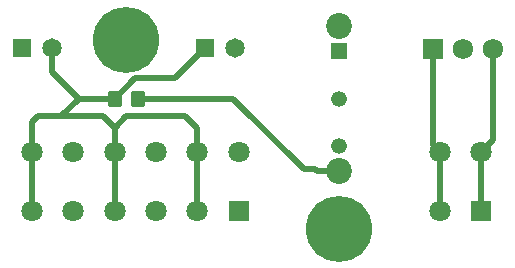
<source format=gbr>
%TF.GenerationSoftware,KiCad,Pcbnew,8.0.7*%
%TF.CreationDate,2024-12-13T10:46:06-05:00*%
%TF.ProjectId,SwerveHubWago,53776572-7665-4487-9562-5761676f2e6b,rev?*%
%TF.SameCoordinates,Original*%
%TF.FileFunction,Copper,L1,Top*%
%TF.FilePolarity,Positive*%
%FSLAX46Y46*%
G04 Gerber Fmt 4.6, Leading zero omitted, Abs format (unit mm)*
G04 Created by KiCad (PCBNEW 8.0.7) date 2024-12-13 10:46:06*
%MOMM*%
%LPD*%
G01*
G04 APERTURE LIST*
G04 Aperture macros list*
%AMRoundRect*
0 Rectangle with rounded corners*
0 $1 Rounding radius*
0 $2 $3 $4 $5 $6 $7 $8 $9 X,Y pos of 4 corners*
0 Add a 4 corners polygon primitive as box body*
4,1,4,$2,$3,$4,$5,$6,$7,$8,$9,$2,$3,0*
0 Add four circle primitives for the rounded corners*
1,1,$1+$1,$2,$3*
1,1,$1+$1,$4,$5*
1,1,$1+$1,$6,$7*
1,1,$1+$1,$8,$9*
0 Add four rect primitives between the rounded corners*
20,1,$1+$1,$2,$3,$4,$5,0*
20,1,$1+$1,$4,$5,$6,$7,0*
20,1,$1+$1,$6,$7,$8,$9,0*
20,1,$1+$1,$8,$9,$2,$3,0*%
G04 Aperture macros list end*
%TA.AperFunction,ComponentPad*%
%ADD10C,5.600000*%
%TD*%
%TA.AperFunction,ComponentPad*%
%ADD11R,1.337000X1.337000*%
%TD*%
%TA.AperFunction,ComponentPad*%
%ADD12C,1.337000*%
%TD*%
%TA.AperFunction,ComponentPad*%
%ADD13C,2.190000*%
%TD*%
%TA.AperFunction,SMDPad,CuDef*%
%ADD14RoundRect,0.250000X0.350000X0.450000X-0.350000X0.450000X-0.350000X-0.450000X0.350000X-0.450000X0*%
%TD*%
%TA.AperFunction,ComponentPad*%
%ADD15R,1.650000X1.650000*%
%TD*%
%TA.AperFunction,ComponentPad*%
%ADD16C,1.650000*%
%TD*%
%TA.AperFunction,ComponentPad*%
%ADD17R,1.800000X1.800000*%
%TD*%
%TA.AperFunction,ComponentPad*%
%ADD18C,1.800000*%
%TD*%
%TA.AperFunction,ComponentPad*%
%ADD19R,1.725000X1.725000*%
%TD*%
%TA.AperFunction,ComponentPad*%
%ADD20C,1.725000*%
%TD*%
%TA.AperFunction,Conductor*%
%ADD21C,0.500000*%
%TD*%
G04 APERTURE END LIST*
D10*
%TO.P,M3,1*%
%TO.N,N/C*%
X156000000Y-59500000D03*
%TD*%
D11*
%TO.P,S1,1,NC*%
%TO.N,unconnected-(S1-NC-Pad1)*%
X156000000Y-44500000D03*
D12*
%TO.P,S1,2,COM*%
%TO.N,/CAN-G*%
X156000000Y-48500000D03*
%TO.P,S1,3,NO*%
%TO.N,unconnected-(S1-NO-Pad3)*%
X156000000Y-52500000D03*
D13*
%TO.P,S1,4,MH1*%
%TO.N,unconnected-(S1-MH1-Pad4)*%
X156000000Y-42350000D03*
%TO.P,S1,5,MH2*%
%TO.N,Net-(S1-MH2)*%
X156000000Y-54650000D03*
%TD*%
D14*
%TO.P,R120,1*%
%TO.N,Net-(S1-MH2)*%
X139000000Y-48500000D03*
%TO.P,R120,2*%
%TO.N,/CAN-Y*%
X137000000Y-48500000D03*
%TD*%
D10*
%TO.P,M3,1*%
%TO.N,N/C*%
X138000000Y-43500000D03*
%TD*%
D15*
%TO.P,J4,1,1*%
%TO.N,/CAN-Y*%
X144665000Y-44195000D03*
D16*
%TO.P,J4,2,2*%
%TO.N,/CAN-G*%
X147205000Y-44195000D03*
%TD*%
D15*
%TO.P,J3,1,1*%
%TO.N,/CAN-G*%
X129165000Y-44195000D03*
D16*
%TO.P,J3,2,2*%
%TO.N,/CAN-Y*%
X131705000Y-44195000D03*
%TD*%
D17*
%TO.P,J5,1,1.1*%
%TO.N,/CAN-G*%
X147500000Y-58000000D03*
D18*
%TO.P,J5,2,1.2*%
X147500000Y-53000000D03*
%TO.P,J5,3,2.1*%
%TO.N,/CAN-Y*%
X144000000Y-58000000D03*
%TO.P,J5,4,2.2*%
X144000000Y-53000000D03*
%TO.P,J5,5,3.1*%
%TO.N,/CAN-G*%
X140500000Y-58000000D03*
%TO.P,J5,6,3.2*%
X140500000Y-53000000D03*
%TO.P,J5,7,4.1*%
%TO.N,/CAN-Y*%
X137000000Y-58000000D03*
%TO.P,J5,8,4.2*%
X137000000Y-53000000D03*
%TO.P,J5,9,5.1*%
%TO.N,/CAN-G*%
X133500000Y-58000000D03*
%TO.P,J5,10,5.2*%
X133500000Y-53000000D03*
%TO.P,J5,11,6.1*%
%TO.N,/CAN-Y*%
X130000000Y-58000000D03*
%TO.P,J5,12,6.2*%
X130000000Y-53000000D03*
%TD*%
D19*
%TO.P,J1,1,1*%
%TO.N,/PWR*%
X163960000Y-44260000D03*
D20*
%TO.P,J1,2,2*%
%TO.N,unconnected-(J1-Pad2)*%
X166500000Y-44260000D03*
%TO.P,J1,3,3*%
%TO.N,/GND*%
X169040000Y-44260000D03*
%TD*%
D17*
%TO.P,J2,1,1.1*%
%TO.N,/GND*%
X168040000Y-58000000D03*
D18*
%TO.P,J2,2,1.2*%
X168040000Y-53000000D03*
%TO.P,J2,3,2.1*%
%TO.N,/PWR*%
X164540000Y-58000000D03*
%TO.P,J2,4,2.2*%
X164540000Y-53000000D03*
%TD*%
D21*
%TO.N,/CAN-Y*%
X142110000Y-46750000D02*
X138750000Y-46750000D01*
X144665000Y-44195000D02*
X142110000Y-46750000D01*
X138750000Y-46750000D02*
X137000000Y-48500000D01*
%TO.N,Net-(S1-MH2)*%
X154000000Y-54500000D02*
X154150000Y-54650000D01*
X153000000Y-54500000D02*
X154000000Y-54500000D01*
X154150000Y-54650000D02*
X156000000Y-54650000D01*
X147000000Y-48500000D02*
X153000000Y-54500000D01*
X139000000Y-48500000D02*
X147000000Y-48500000D01*
%TO.N,/GND*%
X168040000Y-53000000D02*
X168040000Y-58000000D01*
X169040000Y-52000000D02*
X168040000Y-53000000D01*
X169040000Y-44260000D02*
X169040000Y-52000000D01*
%TO.N,/PWR*%
X164540000Y-53000000D02*
X164540000Y-58000000D01*
X163960000Y-52420000D02*
X164540000Y-53000000D01*
X163960000Y-44260000D02*
X163960000Y-52420000D01*
%TO.N,/CAN-Y*%
X143000000Y-50000000D02*
X144000000Y-51000000D01*
X137000000Y-51000000D02*
X138000000Y-50000000D01*
X138000000Y-50000000D02*
X143000000Y-50000000D01*
X144000000Y-51000000D02*
X144000000Y-53000000D01*
X137000000Y-51000000D02*
X137000000Y-53000000D01*
X136000000Y-50000000D02*
X137000000Y-51000000D01*
X132500000Y-50000000D02*
X136000000Y-50000000D01*
X130500000Y-50000000D02*
X130000000Y-50500000D01*
X132500000Y-50000000D02*
X130500000Y-50000000D01*
X134000000Y-48500000D02*
X132500000Y-50000000D01*
X130000000Y-50500000D02*
X130000000Y-53000000D01*
X144000000Y-53000000D02*
X144000000Y-58000000D01*
X137000000Y-53000000D02*
X137000000Y-58000000D01*
X130000000Y-53000000D02*
X130000000Y-58000000D01*
X134000000Y-48500000D02*
X137000000Y-48500000D01*
X131705000Y-46205000D02*
X134000000Y-48500000D01*
X131705000Y-44195000D02*
X131705000Y-46205000D01*
%TD*%
M02*

</source>
